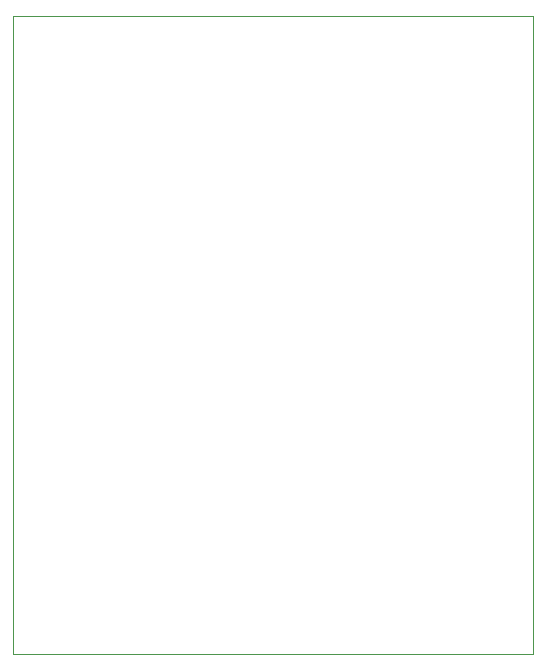
<source format=gbr>
%TF.GenerationSoftware,KiCad,Pcbnew,(5.1.9)-1*%
%TF.CreationDate,2021-05-02T21:25:19-04:00*%
%TF.ProjectId,A-Max,412d4d61-782e-46b6-9963-61645f706362,1.0*%
%TF.SameCoordinates,Original*%
%TF.FileFunction,Profile,NP*%
%FSLAX46Y46*%
G04 Gerber Fmt 4.6, Leading zero omitted, Abs format (unit mm)*
G04 Created by KiCad (PCBNEW (5.1.9)-1) date 2021-05-02 21:25:19*
%MOMM*%
%LPD*%
G01*
G04 APERTURE LIST*
%TA.AperFunction,Profile*%
%ADD10C,0.050000*%
%TD*%
G04 APERTURE END LIST*
D10*
X116483000Y-131692960D02*
X116467760Y-77692960D01*
X160483000Y-131692960D02*
X116483000Y-131692960D01*
X160467760Y-77692960D02*
X160483000Y-131692960D01*
X116467760Y-77692960D02*
X160467760Y-77692960D01*
M02*

</source>
